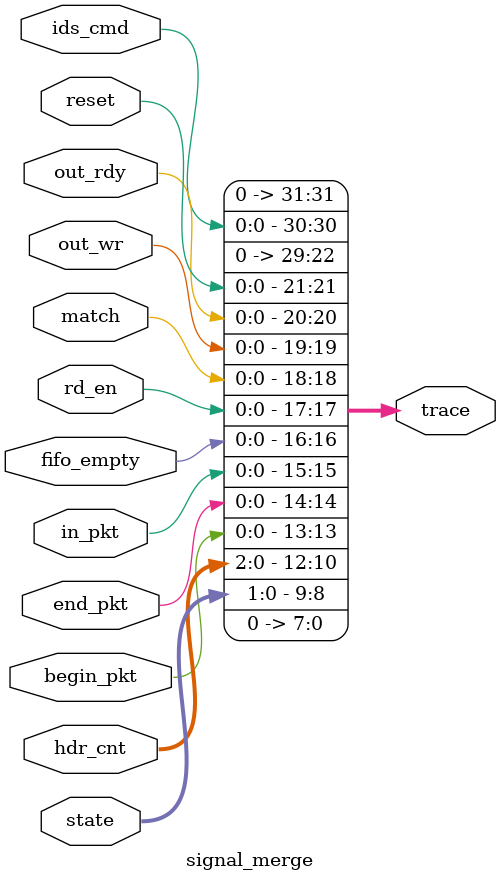
<source format=v>
`timescale 1ns / 1ps
module signal_merge(
    input [1:0] state,
    input [2:0] hdr_cnt,
    input begin_pkt,
    input end_pkt,
    input in_pkt,
    input fifo_empty,
    input rd_en,
    input out_wr,
    input out_rdy,
    input match,
    input reset,
    input ids_cmd,
    output [31:0] trace
    );

	 assign trace = {
      1'b0,           // [31] reserved / unused maybe i need for future
      ids_cmd,        // [30]
      8'b0,           // [29:22]

      reset,          // [21]
      out_rdy,        // [20]
      out_wr,         // [19]
      match,          // [18]
      rd_en,          // [17]
      fifo_empty,     // [16]

      in_pkt,         // [15]
      end_pkt,        // [14]
      begin_pkt,      // [13]

      hdr_cnt,        // [12:10]
      state,          // [9:8]

      8'b0            // [7:0] unused / padding
    };



endmodule

</source>
